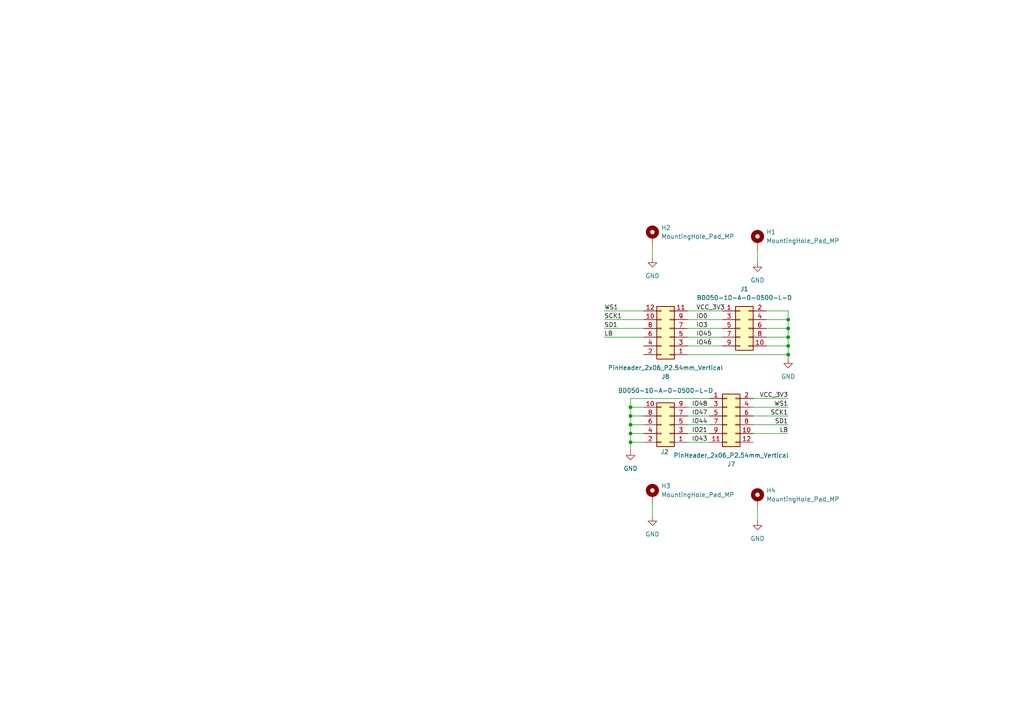
<source format=kicad_sch>
(kicad_sch (version 20231120) (generator "eeschema") (generator_version "8.0")
  (paper "A4")
  (title_block (title "ESP32 S3 IRL Subtitles Glasses") (rev "3.1"))
  (lib_symbols
    (symbol "Connector_Generic:Conn_02x05_Odd_Even" (pin_names (offset 1.016) hide)
      (property "Reference" "J" (at 1.27 7.62 0))
      (property "Value" "Conn_02x05_Odd_Even" (at 1.27 -7.62 0))
      (symbol "Conn_02x05_Odd_Even_1_1"
        (rectangle (start -1.27 -4.953) (end 0 -5.207) (stroke (width 0.1524)))
        (rectangle (start -1.27 -2.413) (end 0 -2.667) (stroke (width 0.1524)))
        (rectangle (start -1.27 0.127) (end 0 -0.127) (stroke (width 0.1524)))
        (rectangle (start -1.27 2.667) (end 0 2.413) (stroke (width 0.1524)))
        (rectangle (start -1.27 5.207) (end 0 4.953) (stroke (width 0.1524)))
        (rectangle (start -1.27 6.35) (end 3.81 -6.35) (stroke (width 0.254)) (fill (type background)))
        (rectangle (start 3.81 -4.953) (end 2.54 -5.207) (stroke (width 0.1524)))
        (rectangle (start 3.81 -2.413) (end 2.54 -2.667) (stroke (width 0.1524)))
        (rectangle (start 3.81 0.127) (end 2.54 -0.127) (stroke (width 0.1524)))
        (rectangle (start 3.81 2.667) (end 2.54 2.413) (stroke (width 0.1524)))
        (rectangle (start 3.81 5.207) (end 2.54 4.953) (stroke (width 0.1524)))
        (pin passive line (at -5.08 5.08 0) (length 3.81) (name "Pin_1") (number "1"))
        (pin passive line (at 7.62 -5.08 180) (length 3.81) (name "Pin_10") (number "10"))
        (pin passive line (at 7.62 5.08 180) (length 3.81) (name "Pin_2") (number "2"))
        (pin passive line (at -5.08 2.54 0) (length 3.81) (name "Pin_3") (number "3"))
        (pin passive line (at 7.62 2.54 180) (length 3.81) (name "Pin_4") (number "4"))
        (pin passive line (at -5.08 0 0) (length 3.81) (name "Pin_5") (number "5"))
        (pin passive line (at 7.62 0 180) (length 3.81) (name "Pin_6") (number "6"))
        (pin passive line (at -5.08 -2.54 0) (length 3.81) (name "Pin_7") (number "7"))
        (pin passive line (at 7.62 -2.54 180) (length 3.81) (name "Pin_8") (number "8"))
        (pin passive line (at -5.08 -5.08 0) (length 3.81) (name "Pin_9") (number "9"))
      )
    )
    (symbol "Connector_Generic:Conn_02x06_Odd_Even" (pin_names (offset 1.016) hide)
      (property "Reference" "J" (at 1.27 7.62 0))
      (property "Value" "Conn_02x06_Odd_Even" (at 1.27 -10.16 0))
      (symbol "Conn_02x06_Odd_Even_1_1"
        (rectangle (start -1.27 -7.493) (end 0 -7.747) (stroke (width 0.1524)))
        (rectangle (start -1.27 -4.953) (end 0 -5.207) (stroke (width 0.1524)))
        (rectangle (start -1.27 -2.413) (end 0 -2.667) (stroke (width 0.1524)))
        (rectangle (start -1.27 0.127) (end 0 -0.127) (stroke (width 0.1524)))
        (rectangle (start -1.27 2.667) (end 0 2.413) (stroke (width 0.1524)))
        (rectangle (start -1.27 5.207) (end 0 4.953) (stroke (width 0.1524)))
        (rectangle (start -1.27 6.35) (end 3.81 -8.89) (stroke (width 0.254)) (fill (type background)))
        (rectangle (start 3.81 -7.493) (end 2.54 -7.747) (stroke (width 0.1524)))
        (rectangle (start 3.81 -4.953) (end 2.54 -5.207) (stroke (width 0.1524)))
        (rectangle (start 3.81 -2.413) (end 2.54 -2.667) (stroke (width 0.1524)))
        (rectangle (start 3.81 0.127) (end 2.54 -0.127) (stroke (width 0.1524)))
        (rectangle (start 3.81 2.667) (end 2.54 2.413) (stroke (width 0.1524)))
        (rectangle (start 3.81 5.207) (end 2.54 4.953) (stroke (width 0.1524)))
        (pin passive line (at -5.08 5.08 0) (length 3.81) (name "Pin_1") (number "1"))
        (pin passive line (at 7.62 -5.08 180) (length 3.81) (name "Pin_10") (number "10"))
        (pin passive line (at -5.08 -7.62 0) (length 3.81) (name "Pin_11") (number "11"))
        (pin passive line (at 7.62 -7.62 180) (length 3.81) (name "Pin_12") (number "12"))
        (pin passive line (at 7.62 5.08 180) (length 3.81) (name "Pin_2") (number "2"))
        (pin passive line (at -5.08 2.54 0) (length 3.81) (name "Pin_3") (number "3"))
        (pin passive line (at 7.62 2.54 180) (length 3.81) (name "Pin_4") (number "4"))
        (pin passive line (at -5.08 0 0) (length 3.81) (name "Pin_5") (number "5"))
        (pin passive line (at 7.62 0 180) (length 3.81) (name "Pin_6") (number "6"))
        (pin passive line (at -5.08 -2.54 0) (length 3.81) (name "Pin_7") (number "7"))
        (pin passive line (at 7.62 -2.54 180) (length 3.81) (name "Pin_8") (number "8"))
        (pin passive line (at -5.08 -5.08 0) (length 3.81) (name "Pin_9") (number "9"))
      )
    )
    (symbol "Mechanical:MountingHole_Pad_MP" (pin_numbers hide) (pin_names (offset 1.016) hide) (exclude_from_sim yes) (in_bom no)
      (property "Reference" "H" (at 0 6.35 0))
      (property "Value" "MountingHole_Pad_MP" (at 0 4.445 0))
      (symbol "MountingHole_Pad_MP_0_1"
        (circle (center 0 1.27) (radius 1.27) (stroke (width 1.27)))
      )
      (symbol "MountingHole_Pad_MP_1_1"
        (pin input line (at 0 -2.54 90) (length 2.54) (name "MP") (number "MP"))
      )
    )
    (symbol "power:GND" (power) (pin_numbers hide) (pin_names (offset 0) hide)
      (property "Value" "GND" (at 0 -3.81 0))
      (symbol "GND_0_1"
        (polyline (pts (xy 0 0) (xy 0 -1.27) (xy 1.27 -1.27) (xy 0 -2.54) (xy -1.27 -1.27) (xy 0 -1.27)))
      )
      (symbol "GND_1_1"
        (pin power_in line (at 0 0 270) (length 0) (name "~") (number "1"))
      )
    )
  )
  (junction (at 228.6 92.71))
  (junction (at 182.88 125.73))
  (junction (at 228.6 97.79))
  (junction (at 182.88 118.11))
  (junction (at 182.88 123.19))
  (junction (at 228.6 102.87))
  (junction (at 228.6 95.25))
  (junction (at 182.88 128.27))
  (junction (at 182.88 120.65))
  (junction (at 228.6 100.33))
  (wire (pts (xy 175.26 97.79) (xy 186.69 97.79)))
  (wire (pts (xy 222.25 92.71) (xy 228.6 92.71)))
  (wire (pts (xy 175.26 90.17) (xy 186.69 90.17)))
  (wire (pts (xy 218.44 118.11) (xy 228.6 118.11)))
  (wire (pts (xy 186.69 125.73) (xy 182.88 125.73)))
  (wire (pts (xy 182.88 128.27) (xy 182.88 130.81)))
  (wire (pts (xy 219.71 151.13) (xy 219.71 147.32)))
  (wire (pts (xy 189.23 74.93) (xy 189.23 71.12)))
  (wire (pts (xy 199.39 102.87) (xy 228.6 102.87)))
  (wire (pts (xy 218.44 115.57) (xy 228.6 115.57)))
  (wire (pts (xy 182.88 123.19) (xy 182.88 125.73)))
  (wire (pts (xy 228.6 97.79) (xy 228.6 100.33)))
  (wire (pts (xy 228.6 95.25) (xy 228.6 97.79)))
  (wire (pts (xy 182.88 120.65) (xy 182.88 123.19)))
  (wire (pts (xy 189.23 149.86) (xy 189.23 146.05)))
  (wire (pts (xy 186.69 118.11) (xy 182.88 118.11)))
  (wire (pts (xy 222.25 100.33) (xy 228.6 100.33)))
  (wire (pts (xy 218.44 120.65) (xy 228.6 120.65)))
  (wire (pts (xy 228.6 92.71) (xy 228.6 95.25)))
  (wire (pts (xy 182.88 118.11) (xy 182.88 120.65)))
  (wire (pts (xy 186.69 120.65) (xy 182.88 120.65)))
  (wire (pts (xy 199.39 128.27) (xy 205.74 128.27)))
  (wire (pts (xy 186.69 128.27) (xy 182.88 128.27)))
  (wire (pts (xy 228.6 100.33) (xy 228.6 102.87)))
  (wire (pts (xy 182.88 115.57) (xy 182.88 118.11)))
  (wire (pts (xy 228.6 90.17) (xy 228.6 92.71)))
  (wire (pts (xy 218.44 123.19) (xy 228.6 123.19)))
  (wire (pts (xy 199.39 120.65) (xy 205.74 120.65)))
  (wire (pts (xy 228.6 102.87) (xy 228.6 104.14)))
  (wire (pts (xy 199.39 123.19) (xy 205.74 123.19)))
  (wire (pts (xy 175.26 92.71) (xy 186.69 92.71)))
  (wire (pts (xy 222.25 97.79) (xy 228.6 97.79)))
  (wire (pts (xy 199.39 125.73) (xy 205.74 125.73)))
  (wire (pts (xy 218.44 125.73) (xy 228.6 125.73)))
  (wire (pts (xy 175.26 95.25) (xy 186.69 95.25)))
  (wire (pts (xy 199.39 90.17) (xy 209.55 90.17)))
  (wire (pts (xy 219.71 76.2) (xy 219.71 72.39)))
  (wire (pts (xy 182.88 125.73) (xy 182.88 128.27)))
  (wire (pts (xy 205.74 115.57) (xy 182.88 115.57)))
  (wire (pts (xy 199.39 118.11) (xy 205.74 118.11)))
  (wire (pts (xy 222.25 95.25) (xy 228.6 95.25)))
  (wire (pts (xy 186.69 123.19) (xy 182.88 123.19)))
  (wire (pts (xy 199.39 97.79) (xy 209.55 97.79)))
  (wire (pts (xy 199.39 92.71) (xy 209.55 92.71)))
  (wire (pts (xy 222.25 90.17) (xy 228.6 90.17)))
  (wire (pts (xy 199.39 100.33) (xy 209.55 100.33)))
  (wire (pts (xy 199.39 95.25) (xy 209.55 95.25)))
  (label "LB" (at 228.6 125.73 180))
  (label "VCC_3V3" (at 228.6 115.57 180))
  (label "WS1" (at 228.6 118.11 180))
  (label "IO3" (at 201.93 95.25 0))
  (label "IO46" (at 201.93 100.33 0))
  (label "LB" (at 175.26 97.79 0))
  (label "VCC_3V3" (at 201.93 90.17 0))
  (label "IO43" (at 200.66 128.27 0))
  (label "IO45" (at 201.93 97.79 0))
  (label "WS1" (at 175.26 90.17 0))
  (label "SD1" (at 175.26 95.25 0))
  (label "SD1" (at 228.6 123.19 180))
  (label "IO48" (at 200.66 118.11 0))
  (label "IO47" (at 200.66 120.65 0))
  (label "SCK1" (at 228.6 120.65 180))
  (label "IO0" (at 201.93 92.71 0))
  (label "IO21" (at 200.66 125.73 0))
  (label "SCK1" (at 175.26 92.71 0))
  (label "IO44" (at 200.66 123.19 0))
  (symbol (lib_id "Mechanical:MountingHole_Pad_MP") (at 219.71 69.85 0) (unit 1) (exclude_from_sim yes) (in_bom no)
    (property "Reference" "H1" (at 222.25 67.3099 0) (effects (justify left)))
    (property "Value" "MountingHole_Pad_MP" (at 222.25 69.8499 0) (effects (justify left)))
    (property "Footprint" "MountingHole:MountingHole_2.2mm_M2_DIN965_Pad" (effects (hide yes)))
    (property "Description" "Mounting Hole with connection as pad named MP" (effects (hide yes)))
  )
  (symbol (lib_id "Mechanical:MountingHole_Pad_MP") (at 189.23 68.58 0) (unit 1) (exclude_from_sim yes) (in_bom no)
    (property "Reference" "H2" (at 191.77 66.0399 0) (effects (justify left)))
    (property "Value" "MountingHole_Pad_MP" (at 191.77 68.5799 0) (effects (justify left)))
    (property "Footprint" "MountingHole:MountingHole_2.2mm_M2_DIN965_Pad" (effects (hide yes)))
    (property "Description" "Mounting Hole with connection as pad named MP" (effects (hide yes)))
  )
  (symbol (lib_id "power:GND") (at 189.23 74.93 0) (unit 1)
    (property "Reference" "#PWR02" (effects (hide yes)))
    (property "Value" "GND" (at 189.23 80.01 0))
    (property "Description" "Power symbol creates a global label with name \"GND\" , ground" (effects (hide yes)))
  )
  (symbol (lib_id "power:GND") (at 189.23 149.86 0) (unit 1)
    (property "Reference" "#PWR011" (effects (hide yes)))
    (property "Value" "GND" (at 189.23 154.94 0))
    (property "Description" "Power symbol creates a global label with name \"GND\" , ground" (effects (hide yes)))
  )
  (symbol (lib_id "Connector_Generic:Conn_02x05_Odd_Even") (at 214.63 95.25 0) (unit 1)
    (property "Reference" "J1" (at 215.9 83.82 0))
    (property "Value" "BD050-10-A-0-0500-L-D" (at 215.9 86.36 0))
    (property "Footprint" "Through_hole_pin_socket:GCT_BD050-10-A-1-0500-L-D" (effects (hide yes)))
    (property "Description" "Generic connector, double row, 02x05, odd/even pin numbering scheme (row 1 odd numbers, row 2 even numbers), script generated (kicad-library-utils/schlib/autogen/connector/)" (effects (hide yes)))
    (property "MANUFACTURER" "SAMTEC" (effects (hide yes)))
  )
  (symbol (lib_id "power:GND") (at 219.71 76.2 0) (unit 1)
    (property "Reference" "#PWR01" (effects (hide yes)))
    (property "Value" "GND" (at 219.71 81.28 0))
    (property "Description" "Power symbol creates a global label with name \"GND\" , ground" (effects (hide yes)))
  )
  (symbol (lib_id "power:GND") (at 219.71 151.13 0) (unit 1)
    (property "Reference" "#PWR017" (effects (hide yes)))
    (property "Value" "GND" (at 219.71 156.21 0))
    (property "Description" "Power symbol creates a global label with name \"GND\" , ground" (effects (hide yes)))
  )
  (symbol (lib_id "power:GND") (at 182.88 130.81 0) (unit 1)
    (property "Reference" "#PWR022" (effects (hide yes)))
    (property "Value" "GND" (at 182.88 135.89 0))
    (property "Description" "Power symbol creates a global label with name \"GND\" , ground" (effects (hide yes)))
  )
  (symbol (lib_id "power:GND") (at 228.6 104.14 0) (unit 1)
    (property "Reference" "#PWR021" (effects (hide yes)))
    (property "Value" "GND" (at 228.6 109.22 0))
    (property "Description" "Power symbol creates a global label with name \"GND\" , ground" (effects (hide yes)))
  )
  (symbol (lib_id "Mechanical:MountingHole_Pad_MP") (at 219.71 144.78 0) (unit 1) (exclude_from_sim yes) (in_bom no)
    (property "Reference" "H4" (at 222.25 142.2399 0) (effects (justify left)))
    (property "Value" "MountingHole_Pad_MP" (at 222.25 144.7799 0) (effects (justify left)))
    (property "Footprint" "MountingHole:MountingHole_2.2mm_M2_DIN965_Pad" (effects (hide yes)))
    (property "Description" "Mounting Hole with connection as pad named MP" (effects (hide yes)))
  )
  (symbol (lib_id "Connector_Generic:Conn_02x06_Odd_Even") (at 210.82 120.65 0) (unit 1)
    (property "Reference" "J7" (at 212.09 134.62 0))
    (property "Value" "PinHeader_2x06_P2.54mm_Vertical" (at 212.09 132.08 0))
    (property "Footprint" "Connector_PinHeader_2.54mm:PinHeader_2x06_P2.54mm_Vertical" (effects (hide yes)))
    (property "Description" "Generic connector, double row, 02x06, odd/even pin numbering scheme (row 1 odd numbers, row 2 even numbers), script generated (kicad-library-utils/schlib/autogen/connector/)" (effects (hide yes)))
  )
  (symbol (lib_id "Connector_Generic:Conn_02x06_Odd_Even") (at 194.31 97.79 180) (unit 1)
    (property "Reference" "J8" (at 193.04 109.22 0))
    (property "Value" "PinHeader_2x06_P2.54mm_Vertical" (at 193.04 106.68 0))
    (property "Footprint" "Connector_PinHeader_2.54mm:PinHeader_2x06_P2.54mm_Vertical" (effects (hide yes)))
    (property "Description" "Generic connector, double row, 02x06, odd/even pin numbering scheme (row 1 odd numbers, row 2 even numbers), script generated (kicad-library-utils/schlib/autogen/connector/)" (effects (hide yes)))
  )
  (symbol (lib_id "Connector_Generic:Conn_02x05_Odd_Even") (at 194.31 123.19 180) (unit 1)
    (property "Reference" "J2" (at 192.786 131.064 0))
    (property "Value" "BD050-10-A-0-0500-L-D" (at 193.04 113.284 0))
    (property "Footprint" "Through_hole_pin_socket:GCT_BD050-10-A-1-0500-L-D" (effects (hide yes)))
    (property "Description" "Generic connector, double row, 02x05, odd/even pin numbering scheme (row 1 odd numbers, row 2 even numbers), script generated (kicad-library-utils/schlib/autogen/connector/)" (effects (hide yes)))
    (property "MANUFACTURER" "SAMTEC" (effects (hide yes)))
  )
  (symbol (lib_id "Mechanical:MountingHole_Pad_MP") (at 189.23 143.51 0) (unit 1) (exclude_from_sim yes) (in_bom no)
    (property "Reference" "H3" (at 191.77 140.9699 0) (effects (justify left)))
    (property "Value" "MountingHole_Pad_MP" (at 191.77 143.5099 0) (effects (justify left)))
    (property "Footprint" "MountingHole:MountingHole_2.2mm_M2_DIN965_Pad" (effects (hide yes)))
    (property "Description" "Mounting Hole with connection as pad named MP" (effects (hide yes)))
  )
)
</source>
